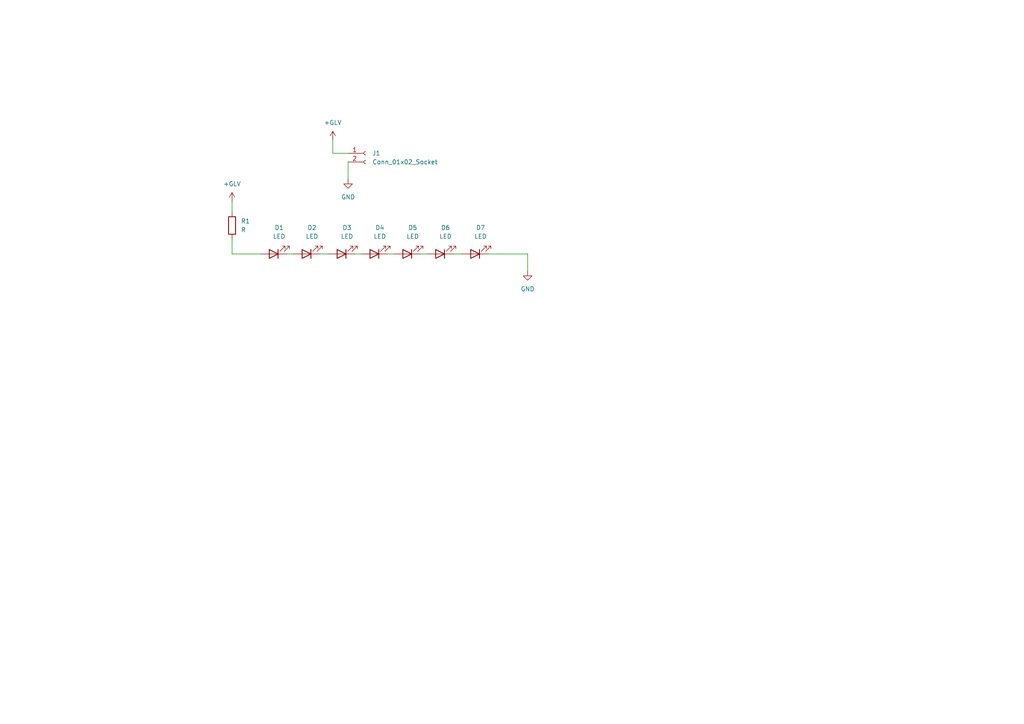
<source format=kicad_sch>
(kicad_sch (version 20250114) (generator "eeschema") (generator_version "9.0")
  (paper "A4")
  (lib_symbols
    (symbol "Connector:Conn_01x02_Socket" (pin_names (offset 1.016) (hide yes))
      (property "Reference" "J" (at 0 2.54 0))
      (property "Value" "Conn_01x02_Socket" (at 0 -5.08 0))
      (symbol "Conn_01x02_Socket_1_1"
        (polyline (pts (xy -1.27 0) (xy -0.508 0)) (stroke (width 0.1524)))
        (polyline (pts (xy -1.27 -2.54) (xy -0.508 -2.54)) (stroke (width 0.1524)))
        (arc (start 0 -0.508) (mid -0.5058 0) (end 0 0.508) (stroke (width 0.1524)))
        (arc (start 0 -3.048) (mid -0.5058 -2.54) (end 0 -2.032) (stroke (width 0.1524)))
        (pin passive line (at -5.08 0 0) (length 3.81) (name "Pin_1") (number "1"))
        (pin passive line (at -5.08 -2.54 0) (length 3.81) (name "Pin_2") (number "2"))
      )
    )
    (symbol "Device:LED" (pin_numbers (hide yes)) (pin_names (offset 1.016) (hide yes))
      (property "Reference" "D" (at 0 2.54 0))
      (property "Value" "LED" (at 0 -2.54 0))
      (symbol "LED_0_1"
        (polyline (pts (xy -3.048 -0.762) (xy -4.572 -2.286) (xy -3.81 -2.286) (xy -4.572 -2.286) (xy -4.572 -1.524)))
        (polyline (pts (xy -1.778 -0.762) (xy -3.302 -2.286) (xy -2.54 -2.286) (xy -3.302 -2.286) (xy -3.302 -1.524)))
        (polyline (pts (xy -1.27 0) (xy 1.27 0)))
        (polyline (pts (xy -1.27 -1.27) (xy -1.27 1.27)) (stroke (width 0.254)))
        (polyline (pts (xy 1.27 -1.27) (xy 1.27 1.27) (xy -1.27 0) (xy 1.27 -1.27)) (stroke (width 0.254)))
      )
      (symbol "LED_1_1"
        (pin passive line (at -3.81 0 0) (length 2.54) (name "K") (number "1"))
        (pin passive line (at 3.81 0 180) (length 2.54) (name "A") (number "2"))
      )
    )
    (symbol "Device:R" (pin_numbers (hide yes)) (pin_names (offset 0))
      (property "Reference" "R" (at 2.032 0 90))
      (property "Value" "R" (at 0 0 90))
      (symbol "R_0_1"
        (rectangle (start -1.016 -2.54) (end 1.016 2.54) (stroke (width 0.254)))
      )
      (symbol "R_1_1"
        (pin passive line (at 0 3.81 270) (length 1.27) (name "~") (number "1"))
        (pin passive line (at 0 -3.81 90) (length 1.27) (name "~") (number "2"))
      )
    )
    (symbol "power:+3.3V" (power) (pin_numbers (hide yes)) (pin_names (offset 0) (hide yes))
      (property "Value" "+3.3V" (at 0 3.556 0))
      (symbol "+3.3V_0_1"
        (polyline (pts (xy -0.762 1.27) (xy 0 2.54)))
        (polyline (pts (xy 0 2.54) (xy 0.762 1.27)))
        (polyline (pts (xy 0 0) (xy 0 2.54)))
      )
      (symbol "+3.3V_1_1"
        (pin power_in line (at 0 0 90) (length 0) (name "~") (number "1"))
      )
    )
    (symbol "power:GND" (power) (pin_numbers (hide yes)) (pin_names (offset 0) (hide yes))
      (property "Value" "GND" (at 0 -3.81 0))
      (symbol "GND_0_1"
        (polyline (pts (xy 0 0) (xy 0 -1.27) (xy 1.27 -1.27) (xy 0 -2.54) (xy -1.27 -1.27) (xy 0 -1.27)))
      )
      (symbol "GND_1_1"
        (pin power_in line (at 0 0 270) (length 0) (name "~") (number "1"))
      )
    )
  )
  (wire (pts (xy 100.965 46.99) (xy 100.965 52.07)))
  (wire (pts (xy 96.52 44.45) (xy 100.965 44.45)))
  (wire (pts (xy 153.035 73.66) (xy 153.035 78.74)))
  (wire (pts (xy 141.605 73.66) (xy 153.035 73.66)))
  (wire (pts (xy 67.31 58.42) (xy 67.31 61.595)))
  (wire (pts (xy 67.31 69.215) (xy 67.31 73.66)))
  (wire (pts (xy 92.71 73.66) (xy 95.25 73.66)))
  (wire (pts (xy 96.52 40.64) (xy 96.52 44.45)))
  (wire (pts (xy 102.87 73.66) (xy 104.775 73.66)))
  (wire (pts (xy 112.395 73.66) (xy 114.3 73.66)))
  (wire (pts (xy 83.185 73.66) (xy 85.09 73.66)))
  (wire (pts (xy 121.92 73.66) (xy 123.825 73.66)))
  (wire (pts (xy 67.31 73.66) (xy 75.565 73.66)))
  (wire (pts (xy 131.445 73.66) (xy 133.985 73.66)))
  (symbol (lib_id "power:+3.3V") (at 96.52 40.64 0) (unit 1)
    (property "Reference" "#PWR03" (effects (hide yes)))
    (property "Value" "+GLV" (at 96.52 35.56 0))
    (property "Description" "Power symbol creates a global label with name \"+3.3V\"" (effects (hide yes)))
  )
  (symbol (lib_id "power:GND") (at 100.965 52.07 0) (unit 1)
    (property "Reference" "#PWR04" (effects (hide yes)))
    (property "Value" "GND" (at 100.965 57.15 0))
    (property "Description" "Power symbol creates a global label with name \"GND\" , ground" (effects (hide yes)))
  )
  (symbol (lib_id "Device:R") (at 67.31 65.405 0) (unit 1)
    (property "Reference" "R1" (at 69.85 64.1349 0) (effects (justify left)))
    (property "Value" "R" (at 69.85 66.6749 0) (effects (justify left)))
    (property "Footprint" "Resistor_THT:R_Axial_DIN0207_L6.3mm_D2.5mm_P7.62mm_Horizontal" (effects (hide yes)))
    (property "Description" "Resistor" (effects (hide yes)))
  )
  (symbol (lib_id "Connector:Conn_01x02_Socket") (at 106.045 44.45 0) (unit 1)
    (property "Reference" "J1" (at 107.95 44.4499 0) (effects (justify left)))
    (property "Value" "Conn_01x02_Socket" (at 107.95 46.9899 0) (effects (justify left)))
    (property "Footprint" "Connector_AMASS:AMASS_XT30PW-M_1x02_P2.50mm_Horizontal" (effects (hide yes)))
    (property "Description" "Generic connector, single row, 01x02, script generated" (effects (hide yes)))
  )
  (symbol (lib_id "Device:LED") (at 99.06 73.66 180) (unit 1)
    (property "Reference" "D3" (at 100.6475 66.04 0))
    (property "Value" "LED" (at 100.6475 68.58 0))
    (property "Footprint" "LED_THT:LED_D5.0mm_Clear" (effects (hide yes)))
    (property "Description" "Light emitting diode" (effects (hide yes)))
    (property "Sim.Pins" "1=K 2=A" (effects (hide yes)))
  )
  (symbol (lib_id "Device:LED") (at 127.635 73.66 180) (unit 1)
    (property "Reference" "D6" (at 129.2225 66.04 0))
    (property "Value" "LED" (at 129.2225 68.58 0))
    (property "Footprint" "LED_THT:LED_D5.0mm_Clear" (effects (hide yes)))
    (property "Description" "Light emitting diode" (effects (hide yes)))
    (property "Sim.Pins" "1=K 2=A" (effects (hide yes)))
  )
  (symbol (lib_id "Device:LED") (at 88.9 73.66 180) (unit 1)
    (property "Reference" "D2" (at 90.4875 66.04 0))
    (property "Value" "LED" (at 90.4875 68.58 0))
    (property "Footprint" "LED_THT:LED_D5.0mm_Clear" (effects (hide yes)))
    (property "Description" "Light emitting diode" (effects (hide yes)))
    (property "Sim.Pins" "1=K 2=A" (effects (hide yes)))
  )
  (symbol (lib_id "Device:LED") (at 137.795 73.66 180) (unit 1)
    (property "Reference" "D7" (at 139.3825 66.04 0))
    (property "Value" "LED" (at 139.3825 68.58 0))
    (property "Footprint" "LED_THT:LED_D5.0mm_Clear" (effects (hide yes)))
    (property "Description" "Light emitting diode" (effects (hide yes)))
    (property "Sim.Pins" "1=K 2=A" (effects (hide yes)))
  )
  (symbol (lib_id "Device:LED") (at 118.11 73.66 180) (unit 1)
    (property "Reference" "D5" (at 119.6975 66.04 0))
    (property "Value" "LED" (at 119.6975 68.58 0))
    (property "Footprint" "LED_THT:LED_D5.0mm_Clear" (effects (hide yes)))
    (property "Description" "Light emitting diode" (effects (hide yes)))
    (property "Sim.Pins" "1=K 2=A" (effects (hide yes)))
  )
  (symbol (lib_id "Device:LED") (at 79.375 73.66 180) (unit 1)
    (property "Reference" "D1" (at 80.9625 66.04 0))
    (property "Value" "LED" (at 80.9625 68.58 0))
    (property "Footprint" "LED_THT:LED_D5.0mm_Clear" (effects (hide yes)))
    (property "Description" "Light emitting diode" (effects (hide yes)))
    (property "Sim.Pins" "1=K 2=A" (effects (hide yes)))
  )
  (symbol (lib_id "power:+3.3V") (at 67.31 58.42 0) (unit 1)
    (property "Reference" "#PWR01" (effects (hide yes)))
    (property "Value" "+GLV" (at 67.31 53.34 0))
    (property "Description" "Power symbol creates a global label with name \"+3.3V\"" (effects (hide yes)))
  )
  (symbol (lib_id "Device:LED") (at 108.585 73.66 180) (unit 1)
    (property "Reference" "D4" (at 110.1725 66.04 0))
    (property "Value" "LED" (at 110.1725 68.58 0))
    (property "Footprint" "LED_THT:LED_D5.0mm_Clear" (effects (hide yes)))
    (property "Description" "Light emitting diode" (effects (hide yes)))
    (property "Sim.Pins" "1=K 2=A" (effects (hide yes)))
  )
  (symbol (lib_id "power:GND") (at 153.035 78.74 0) (unit 1)
    (property "Reference" "#PWR02" (effects (hide yes)))
    (property "Value" "GND" (at 153.035 83.82 0))
    (property "Description" "Power symbol creates a global label with name \"GND\" , ground" (effects (hide yes)))
  )
)
</source>
